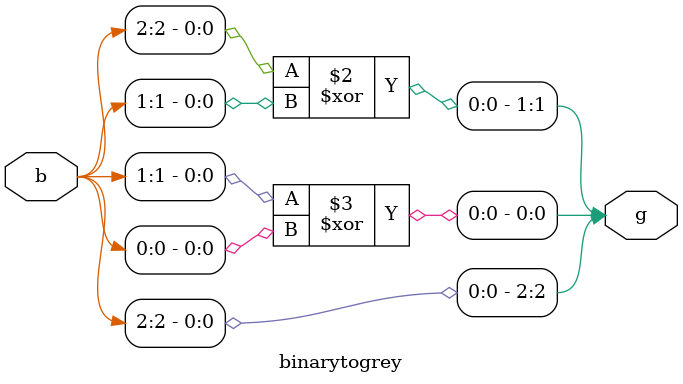
<source format=v>
`timescale 1ns / 1ps


module binarytogrey(g,b);
output reg [2:0] g;
input [2:0] b;
always @ *
begin
g[2]=b[2];
g[1]=b[2]^b[1];
g[0]=b[1]^b[0];
end
endmodule

</source>
